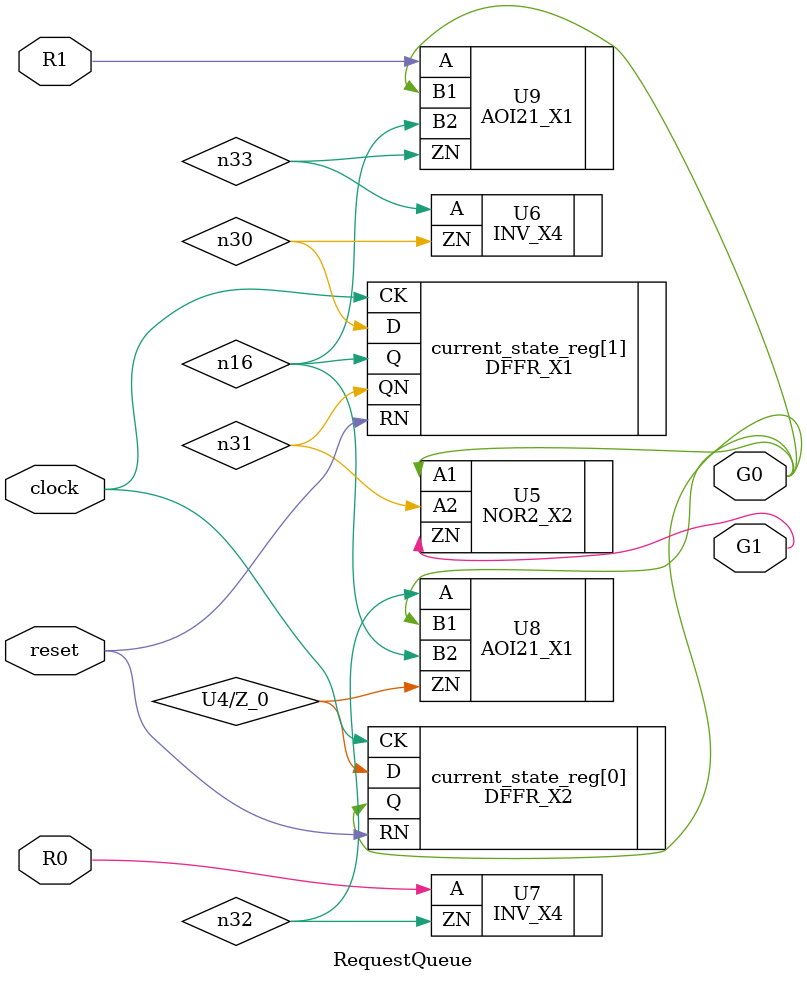
<source format=v>

module RequestQueue ( clock, reset, R0, R1, G0, G1 );
  input clock, reset, R0, R1;
  output G0, G1;
  wire   n16, \U4/Z_0 , n30, n31, n32, n33;

  DFFR_X1 \current_state_reg[1]  ( .D(n30), .CK(clock), .RN(reset), .Q(n16), 
        .QN(n31) );
  NOR2_X2 U5 ( .A1(G0), .A2(n31), .ZN(G1) );
  INV_X4 U6 ( .A(n33), .ZN(n30) );
  INV_X4 U7 ( .A(R0), .ZN(n32) );
  DFFR_X2 \current_state_reg[0]  ( .D(\U4/Z_0 ), .CK(clock), .RN(reset), .Q(G0) );
  AOI21_X1 U8 ( .B1(G0), .B2(n16), .A(n32), .ZN(\U4/Z_0 ) );
  AOI21_X1 U9 ( .B1(G0), .B2(n16), .A(R1), .ZN(n33) );
endmodule


</source>
